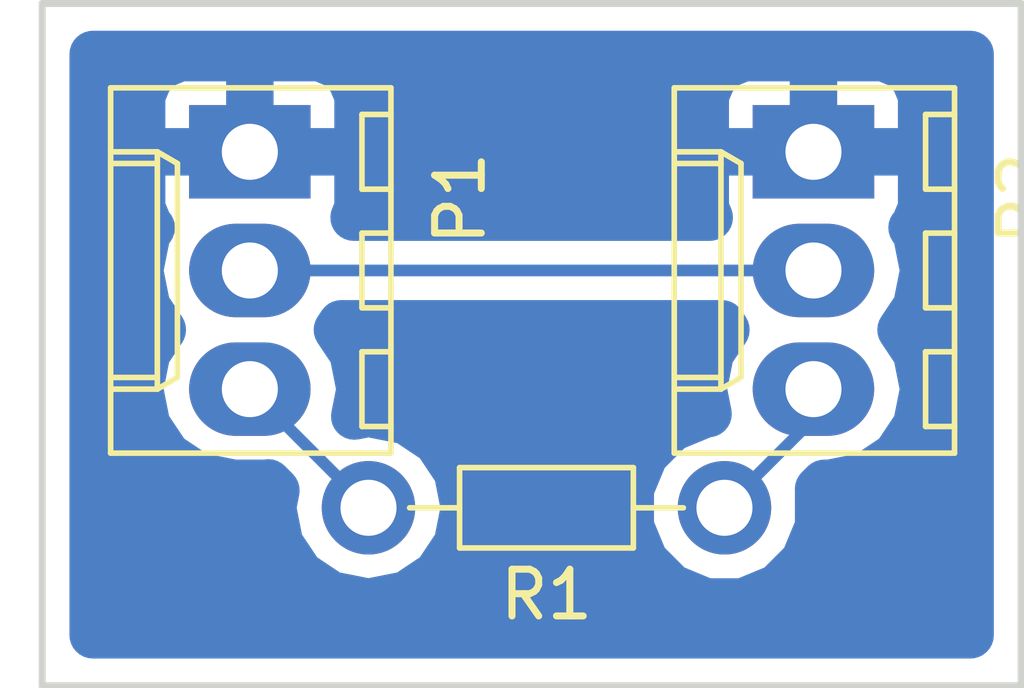
<source format=kicad_pcb>
(kicad_pcb (version 4) (host pcbnew 4.0.4-stable)

  (general
    (links 4)
    (no_connects 0)
    (area 132.32 98.349999 155.435 113.105001)
    (thickness 1.6)
    (drawings 4)
    (tracks 5)
    (zones 0)
    (modules 3)
    (nets 5)
  )

  (page A4)
  (layers
    (0 F.Cu signal)
    (31 B.Cu signal)
    (32 B.Adhes user hide)
    (33 F.Adhes user hide)
    (34 B.Paste user hide)
    (35 F.Paste user hide)
    (36 B.SilkS user)
    (37 F.SilkS user hide)
    (38 B.Mask user hide)
    (39 F.Mask user hide)
    (40 Dwgs.User user)
    (41 Cmts.User user)
    (42 Eco1.User user)
    (43 Eco2.User user)
    (44 Edge.Cuts user)
    (45 Margin user hide)
    (46 B.CrtYd user hide)
    (47 F.CrtYd user hide)
    (48 B.Fab user hide)
    (49 F.Fab user)
  )

  (setup
    (last_trace_width 0.25)
    (trace_clearance 0.2)
    (zone_clearance 0.508)
    (zone_45_only no)
    (trace_min 0.2)
    (segment_width 0.2)
    (edge_width 0.15)
    (via_size 0.6)
    (via_drill 0.4)
    (via_min_size 0.4)
    (via_min_drill 0.3)
    (uvia_size 0.3)
    (uvia_drill 0.1)
    (uvias_allowed no)
    (uvia_min_size 0.2)
    (uvia_min_drill 0.1)
    (pcb_text_width 0.3)
    (pcb_text_size 1.5 1.5)
    (mod_edge_width 0.15)
    (mod_text_size 1 1)
    (mod_text_width 0.15)
    (pad_size 2 2)
    (pad_drill 1.2)
    (pad_to_mask_clearance 0.2)
    (aux_axis_origin 0 0)
    (visible_elements FFFFFF7F)
    (pcbplotparams
      (layerselection 0x01000_80000001)
      (usegerberextensions false)
      (excludeedgelayer true)
      (linewidth 0.100000)
      (plotframeref false)
      (viasonmask false)
      (mode 1)
      (useauxorigin false)
      (hpglpennumber 1)
      (hpglpenspeed 20)
      (hpglpendiameter 15)
      (hpglpenoverlay 2)
      (psnegative false)
      (psa4output false)
      (plotreference true)
      (plotvalue true)
      (plotinvisibletext false)
      (padsonsilk false)
      (subtractmaskfromsilk false)
      (outputformat 1)
      (mirror false)
      (drillshape 0)
      (scaleselection 1)
      (outputdirectory GRBL/))
  )

  (net 0 "")
  (net 1 GND)
  (net 2 "Net-(P1-Pad2)")
  (net 3 "Net-(P1-Pad3)")
  (net 4 VCC)

  (net_class Default "This is the default net class."
    (clearance 0.2)
    (trace_width 0.25)
    (via_dia 0.6)
    (via_drill 0.4)
    (uvia_dia 0.3)
    (uvia_drill 0.1)
    (add_net GND)
    (add_net "Net-(P1-Pad2)")
    (add_net "Net-(P1-Pad3)")
    (add_net VCC)
  )

  (module Resistors_ThroughHole:R_Axial_DIN0204_L3.6mm_D1.6mm_P7.62mm_Horizontal (layer F.Cu) (tedit 58D97CD5) (tstamp 58D97B1E)
    (at 147.955 109.22 180)
    (descr "Resistor, Axial_DIN0204 series, Axial, Horizontal, pin pitch=7.62mm, 0.16666666666666666W = 1/6W, length*diameter=3.6*1.6mm^2, http://cdn-reichelt.de/documents/datenblatt/B400/1_4W%23YAG.pdf")
    (tags "Resistor Axial_DIN0204 series Axial Horizontal pin pitch 7.62mm 0.16666666666666666W = 1/6W length 3.6mm diameter 1.6mm")
    (path /58D979E7)
    (fp_text reference R1 (at 3.81 -1.86 180) (layer F.SilkS)
      (effects (font (size 1 1) (thickness 0.15)))
    )
    (fp_text value R (at 3.81 1.86 180) (layer F.Fab)
      (effects (font (size 1 1) (thickness 0.15)))
    )
    (fp_line (start 2.01 -0.8) (end 2.01 0.8) (layer F.Fab) (width 0.1))
    (fp_line (start 2.01 0.8) (end 5.61 0.8) (layer F.Fab) (width 0.1))
    (fp_line (start 5.61 0.8) (end 5.61 -0.8) (layer F.Fab) (width 0.1))
    (fp_line (start 5.61 -0.8) (end 2.01 -0.8) (layer F.Fab) (width 0.1))
    (fp_line (start 0 0) (end 2.01 0) (layer F.Fab) (width 0.1))
    (fp_line (start 7.62 0) (end 5.61 0) (layer F.Fab) (width 0.1))
    (fp_line (start 1.95 -0.86) (end 1.95 0.86) (layer F.SilkS) (width 0.12))
    (fp_line (start 1.95 0.86) (end 5.67 0.86) (layer F.SilkS) (width 0.12))
    (fp_line (start 5.67 0.86) (end 5.67 -0.86) (layer F.SilkS) (width 0.12))
    (fp_line (start 5.67 -0.86) (end 1.95 -0.86) (layer F.SilkS) (width 0.12))
    (fp_line (start 0.88 0) (end 1.95 0) (layer F.SilkS) (width 0.12))
    (fp_line (start 6.74 0) (end 5.67 0) (layer F.SilkS) (width 0.12))
    (fp_line (start -0.95 -1.15) (end -0.95 1.15) (layer F.CrtYd) (width 0.05))
    (fp_line (start -0.95 1.15) (end 8.6 1.15) (layer F.CrtYd) (width 0.05))
    (fp_line (start 8.6 1.15) (end 8.6 -1.15) (layer F.CrtYd) (width 0.05))
    (fp_line (start 8.6 -1.15) (end -0.95 -1.15) (layer F.CrtYd) (width 0.05))
    (pad 1 thru_hole circle (at 0 0 180) (size 2 2) (drill 1.2) (layers *.Cu *.Mask)
      (net 4 VCC))
    (pad 2 thru_hole oval (at 7.62 0 180) (size 2 2) (drill 1.2) (layers *.Cu *.Mask)
      (net 3 "Net-(P1-Pad3)"))
    (model Resistors_THT.3dshapes/R_Axial_DIN0204_L3.6mm_D1.6mm_P7.62mm_Horizontal.wrl
      (at (xyz 0 0 0))
      (scale (xyz 0.393701 0.393701 0.393701))
      (rotate (xyz 0 0 0))
    )
  )

  (module Connectors_Molex:Molex_KK-6410-03_03x2.54mm_Straight (layer F.Cu) (tedit 56C6219D) (tstamp 58D97B18)
    (at 149.86 101.6 270)
    (descr "Connector Headers with Friction Lock, 22-27-2031, http://www.molex.com/pdm_docs/sd/022272021_sd.pdf")
    (tags "connector molex kk_6410 22-27-2031")
    (path /58D97A5C)
    (fp_text reference P2 (at 1 -4.5 270) (layer F.SilkS)
      (effects (font (size 1 1) (thickness 0.15)))
    )
    (fp_text value CONN_01X03 (at 2.54 4.5 270) (layer F.Fab)
      (effects (font (size 1 1) (thickness 0.15)))
    )
    (fp_line (start -1.37 -3.02) (end -1.37 2.98) (layer F.SilkS) (width 0.12))
    (fp_line (start -1.37 2.98) (end 6.45 2.98) (layer F.SilkS) (width 0.12))
    (fp_line (start 6.45 2.98) (end 6.45 -3.02) (layer F.SilkS) (width 0.12))
    (fp_line (start 6.45 -3.02) (end -1.37 -3.02) (layer F.SilkS) (width 0.12))
    (fp_line (start 0 2.98) (end 0 1.98) (layer F.SilkS) (width 0.12))
    (fp_line (start 0 1.98) (end 5.08 1.98) (layer F.SilkS) (width 0.12))
    (fp_line (start 5.08 1.98) (end 5.08 2.98) (layer F.SilkS) (width 0.12))
    (fp_line (start 0 1.98) (end 0.25 1.55) (layer F.SilkS) (width 0.12))
    (fp_line (start 0.25 1.55) (end 4.83 1.55) (layer F.SilkS) (width 0.12))
    (fp_line (start 4.83 1.55) (end 5.08 1.98) (layer F.SilkS) (width 0.12))
    (fp_line (start 0.25 2.98) (end 0.25 1.98) (layer F.SilkS) (width 0.12))
    (fp_line (start 4.83 2.98) (end 4.83 1.98) (layer F.SilkS) (width 0.12))
    (fp_line (start -0.8 -3.02) (end -0.8 -2.4) (layer F.SilkS) (width 0.12))
    (fp_line (start -0.8 -2.4) (end 0.8 -2.4) (layer F.SilkS) (width 0.12))
    (fp_line (start 0.8 -2.4) (end 0.8 -3.02) (layer F.SilkS) (width 0.12))
    (fp_line (start 1.74 -3.02) (end 1.74 -2.4) (layer F.SilkS) (width 0.12))
    (fp_line (start 1.74 -2.4) (end 3.34 -2.4) (layer F.SilkS) (width 0.12))
    (fp_line (start 3.34 -2.4) (end 3.34 -3.02) (layer F.SilkS) (width 0.12))
    (fp_line (start 4.28 -3.02) (end 4.28 -2.4) (layer F.SilkS) (width 0.12))
    (fp_line (start 4.28 -2.4) (end 5.88 -2.4) (layer F.SilkS) (width 0.12))
    (fp_line (start 5.88 -2.4) (end 5.88 -3.02) (layer F.SilkS) (width 0.12))
    (fp_line (start -1.9 3.5) (end -1.9 -3.55) (layer F.CrtYd) (width 0.05))
    (fp_line (start -1.9 -3.55) (end 7 -3.55) (layer F.CrtYd) (width 0.05))
    (fp_line (start 7 -3.55) (end 7 3.5) (layer F.CrtYd) (width 0.05))
    (fp_line (start 7 3.5) (end -1.9 3.5) (layer F.CrtYd) (width 0.05))
    (pad 1 thru_hole rect (at 0 0 270) (size 2 2.6) (drill 1.2) (layers *.Cu *.Mask)
      (net 1 GND))
    (pad 2 thru_hole oval (at 2.54 0 270) (size 2 2.6) (drill 1.2) (layers *.Cu *.Mask)
      (net 2 "Net-(P1-Pad2)"))
    (pad 3 thru_hole oval (at 5.08 0 270) (size 2 2.6) (drill 1.2) (layers *.Cu *.Mask)
      (net 4 VCC))
  )

  (module Connectors_Molex:Molex_KK-6410-03_03x2.54mm_Straight (layer F.Cu) (tedit 56C6219D) (tstamp 58D97B11)
    (at 137.795 101.6 270)
    (descr "Connector Headers with Friction Lock, 22-27-2031, http://www.molex.com/pdm_docs/sd/022272021_sd.pdf")
    (tags "connector molex kk_6410 22-27-2031")
    (path /58D97960)
    (fp_text reference P1 (at 1 -4.5 270) (layer F.SilkS)
      (effects (font (size 1 1) (thickness 0.15)))
    )
    (fp_text value CONN_01X03 (at 2.54 4.5 270) (layer F.Fab)
      (effects (font (size 1 1) (thickness 0.15)))
    )
    (fp_line (start -1.37 -3.02) (end -1.37 2.98) (layer F.SilkS) (width 0.12))
    (fp_line (start -1.37 2.98) (end 6.45 2.98) (layer F.SilkS) (width 0.12))
    (fp_line (start 6.45 2.98) (end 6.45 -3.02) (layer F.SilkS) (width 0.12))
    (fp_line (start 6.45 -3.02) (end -1.37 -3.02) (layer F.SilkS) (width 0.12))
    (fp_line (start 0 2.98) (end 0 1.98) (layer F.SilkS) (width 0.12))
    (fp_line (start 0 1.98) (end 5.08 1.98) (layer F.SilkS) (width 0.12))
    (fp_line (start 5.08 1.98) (end 5.08 2.98) (layer F.SilkS) (width 0.12))
    (fp_line (start 0 1.98) (end 0.25 1.55) (layer F.SilkS) (width 0.12))
    (fp_line (start 0.25 1.55) (end 4.83 1.55) (layer F.SilkS) (width 0.12))
    (fp_line (start 4.83 1.55) (end 5.08 1.98) (layer F.SilkS) (width 0.12))
    (fp_line (start 0.25 2.98) (end 0.25 1.98) (layer F.SilkS) (width 0.12))
    (fp_line (start 4.83 2.98) (end 4.83 1.98) (layer F.SilkS) (width 0.12))
    (fp_line (start -0.8 -3.02) (end -0.8 -2.4) (layer F.SilkS) (width 0.12))
    (fp_line (start -0.8 -2.4) (end 0.8 -2.4) (layer F.SilkS) (width 0.12))
    (fp_line (start 0.8 -2.4) (end 0.8 -3.02) (layer F.SilkS) (width 0.12))
    (fp_line (start 1.74 -3.02) (end 1.74 -2.4) (layer F.SilkS) (width 0.12))
    (fp_line (start 1.74 -2.4) (end 3.34 -2.4) (layer F.SilkS) (width 0.12))
    (fp_line (start 3.34 -2.4) (end 3.34 -3.02) (layer F.SilkS) (width 0.12))
    (fp_line (start 4.28 -3.02) (end 4.28 -2.4) (layer F.SilkS) (width 0.12))
    (fp_line (start 4.28 -2.4) (end 5.88 -2.4) (layer F.SilkS) (width 0.12))
    (fp_line (start 5.88 -2.4) (end 5.88 -3.02) (layer F.SilkS) (width 0.12))
    (fp_line (start -1.9 3.5) (end -1.9 -3.55) (layer F.CrtYd) (width 0.05))
    (fp_line (start -1.9 -3.55) (end 7 -3.55) (layer F.CrtYd) (width 0.05))
    (fp_line (start 7 -3.55) (end 7 3.5) (layer F.CrtYd) (width 0.05))
    (fp_line (start 7 3.5) (end -1.9 3.5) (layer F.CrtYd) (width 0.05))
    (pad 1 thru_hole rect (at 0 0 270) (size 2 2.6) (drill 1.2) (layers *.Cu *.Mask)
      (net 1 GND))
    (pad 2 thru_hole oval (at 2.54 0 270) (size 2 2.6) (drill 1.2) (layers *.Cu *.Mask)
      (net 2 "Net-(P1-Pad2)"))
    (pad 3 thru_hole oval (at 5.08 0 270) (size 2 2.6) (drill 1.2) (layers *.Cu *.Mask)
      (net 3 "Net-(P1-Pad3)"))
  )

  (gr_line (start 133.35 98.425) (end 154.305 98.425) (angle 90) (layer Edge.Cuts) (width 0.15))
  (gr_line (start 133.35 113.03) (end 133.35 98.425) (angle 90) (layer Edge.Cuts) (width 0.15))
  (gr_line (start 154.305 113.03) (end 133.35 113.03) (angle 90) (layer Edge.Cuts) (width 0.15))
  (gr_line (start 154.305 98.425) (end 154.305 113.03) (angle 90) (layer Edge.Cuts) (width 0.15))

  (segment (start 137.795 101.6) (end 149.86 101.6) (width 0.25) (layer B.Cu) (net 1))
  (segment (start 137.795 104.14) (end 149.86 104.14) (width 0.25) (layer B.Cu) (net 2))
  (segment (start 137.795 106.68) (end 140.335 109.22) (width 0.25) (layer B.Cu) (net 3) (status C00000))
  (segment (start 149.86 106.68) (end 149.86 107.315) (width 0.25) (layer B.Cu) (net 4) (status C00000))
  (segment (start 149.86 107.315) (end 147.955 109.22) (width 0.25) (layer B.Cu) (net 4) (tstamp 58D97BF4) (status C00000))

  (zone (net 1) (net_name GND) (layer B.Cu) (tstamp 58D97BC9) (hatch edge 0.508)
    (connect_pads (clearance 0.508))
    (min_thickness 1)
    (fill yes (arc_segments 16) (thermal_gap 0.508) (thermal_bridge_width 1.016))
    (polygon
      (pts
        (xy 154.305 98.425) (xy 154.305 113.03) (xy 133.35 113.03) (xy 133.35 98.425)
      )
    )
    (filled_polygon
      (pts
        (xy 153.222 111.947) (xy 134.433 111.947) (xy 134.433 104.14) (xy 135.441784 104.14) (xy 135.594634 104.908428)
        (xy 135.929774 105.41) (xy 135.594634 105.911572) (xy 135.441784 106.68) (xy 135.594634 107.448428) (xy 136.029914 108.09987)
        (xy 136.681356 108.53515) (xy 137.449784 108.688) (xy 138.140216 108.688) (xy 138.190662 108.677966) (xy 138.361497 108.848801)
        (xy 138.287661 109.22) (xy 138.440511 109.988428) (xy 138.875791 110.63987) (xy 139.527233 111.07515) (xy 140.295661 111.228)
        (xy 140.374339 111.228) (xy 141.142767 111.07515) (xy 141.794209 110.63987) (xy 142.229489 109.988428) (xy 142.382339 109.22)
        (xy 142.229489 108.451572) (xy 141.794209 107.80013) (xy 141.142767 107.36485) (xy 140.374339 107.212) (xy 140.295661 107.212)
        (xy 140.031961 107.264453) (xy 140.148216 106.68) (xy 139.995366 105.911572) (xy 139.660226 105.41) (xy 139.751767 105.273)
        (xy 147.903233 105.273) (xy 147.994774 105.41) (xy 147.659634 105.911572) (xy 147.506784 106.68) (xy 147.612546 107.2117)
        (xy 147.557336 107.211652) (xy 146.819045 107.516708) (xy 146.253693 108.081074) (xy 145.947349 108.818832) (xy 145.946652 109.617664)
        (xy 146.251708 110.355955) (xy 146.816074 110.921307) (xy 147.553832 111.227651) (xy 148.352664 111.228348) (xy 149.090955 110.923292)
        (xy 149.656307 110.358926) (xy 149.962651 109.621168) (xy 149.963348 108.822336) (xy 149.960898 108.816406) (xy 150.089304 108.688)
        (xy 150.205216 108.688) (xy 150.973644 108.53515) (xy 151.625086 108.09987) (xy 152.060366 107.448428) (xy 152.213216 106.68)
        (xy 152.060366 105.911572) (xy 151.725226 105.41) (xy 152.060366 104.908428) (xy 152.213216 104.14) (xy 152.060366 103.371572)
        (xy 151.961668 103.223859) (xy 152.014541 103.170986) (xy 152.168 102.800504) (xy 152.168 101.86) (xy 151.916 101.608)
        (xy 149.868 101.608) (xy 149.868 101.628) (xy 149.852 101.628) (xy 149.852 101.608) (xy 147.804 101.608)
        (xy 147.552 101.86) (xy 147.552 102.800504) (xy 147.637534 103.007) (xy 140.017466 103.007) (xy 140.103 102.800504)
        (xy 140.103 101.86) (xy 139.851 101.608) (xy 137.803 101.608) (xy 137.803 101.628) (xy 137.787 101.628)
        (xy 137.787 101.608) (xy 135.739 101.608) (xy 135.487 101.86) (xy 135.487 102.800504) (xy 135.640459 103.170986)
        (xy 135.693332 103.223859) (xy 135.594634 103.371572) (xy 135.441784 104.14) (xy 134.433 104.14) (xy 134.433 100.399496)
        (xy 135.487 100.399496) (xy 135.487 101.34) (xy 135.739 101.592) (xy 137.787 101.592) (xy 137.787 99.844)
        (xy 137.803 99.844) (xy 137.803 101.592) (xy 139.851 101.592) (xy 140.103 101.34) (xy 140.103 100.399496)
        (xy 147.552 100.399496) (xy 147.552 101.34) (xy 147.804 101.592) (xy 149.852 101.592) (xy 149.852 99.844)
        (xy 149.868 99.844) (xy 149.868 101.592) (xy 151.916 101.592) (xy 152.168 101.34) (xy 152.168 100.399496)
        (xy 152.014541 100.029014) (xy 151.730986 99.745459) (xy 151.360503 99.592) (xy 150.12 99.592) (xy 149.868 99.844)
        (xy 149.852 99.844) (xy 149.6 99.592) (xy 148.359497 99.592) (xy 147.989014 99.745459) (xy 147.705459 100.029014)
        (xy 147.552 100.399496) (xy 140.103 100.399496) (xy 139.949541 100.029014) (xy 139.665986 99.745459) (xy 139.295503 99.592)
        (xy 138.055 99.592) (xy 137.803 99.844) (xy 137.787 99.844) (xy 137.535 99.592) (xy 136.294497 99.592)
        (xy 135.924014 99.745459) (xy 135.640459 100.029014) (xy 135.487 100.399496) (xy 134.433 100.399496) (xy 134.433 99.508)
        (xy 153.222 99.508)
      )
    )
  )
)

</source>
